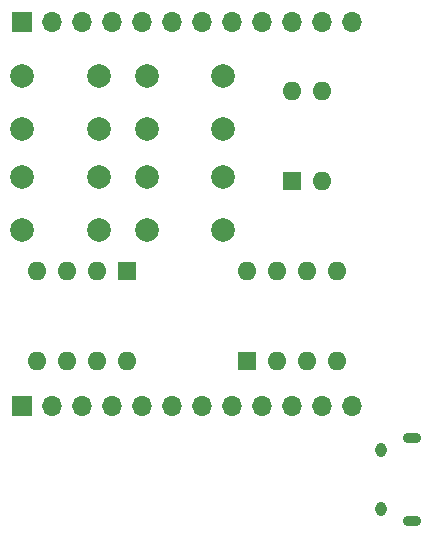
<source format=gbr>
%TF.GenerationSoftware,KiCad,Pcbnew,(6.0.9-0)*%
%TF.CreationDate,2022-11-13T08:04:19-06:00*%
%TF.ProjectId,ProgramingAddOn,50726f67-7261-46d6-996e-674164644f6e,rev?*%
%TF.SameCoordinates,Original*%
%TF.FileFunction,Soldermask,Bot*%
%TF.FilePolarity,Negative*%
%FSLAX46Y46*%
G04 Gerber Fmt 4.6, Leading zero omitted, Abs format (unit mm)*
G04 Created by KiCad (PCBNEW (6.0.9-0)) date 2022-11-13 08:04:19*
%MOMM*%
%LPD*%
G01*
G04 APERTURE LIST*
%ADD10C,2.000000*%
%ADD11R,1.600000X1.600000*%
%ADD12O,1.600000X1.600000*%
%ADD13O,1.550000X0.890000*%
%ADD14O,0.950000X1.250000*%
%ADD15R,1.700000X1.700000*%
%ADD16O,1.700000X1.700000*%
G04 APERTURE END LIST*
D10*
%TO.C,SW2*%
X74050000Y-55880000D03*
X80550000Y-55880000D03*
X80550000Y-60380000D03*
X74050000Y-60380000D03*
%TD*%
D11*
%TO.C,SW7*%
X82560000Y-80010000D03*
D12*
X85100000Y-80010000D03*
X87640000Y-80010000D03*
X90180000Y-80010000D03*
X90180000Y-72390000D03*
X87640000Y-72390000D03*
X85100000Y-72390000D03*
X82560000Y-72390000D03*
%TD*%
D13*
%TO.C,J1*%
X96550000Y-86581298D03*
D14*
X93850000Y-92581298D03*
X93850000Y-87581298D03*
D13*
X96550000Y-93581298D03*
%TD*%
D11*
%TO.C,SW1*%
X86380000Y-64770000D03*
D12*
X88920000Y-64770000D03*
X88920000Y-57150000D03*
X86380000Y-57150000D03*
%TD*%
D10*
%TO.C,SW4*%
X70000000Y-64430000D03*
X63500000Y-64430000D03*
X63500000Y-68930000D03*
X70000000Y-68930000D03*
%TD*%
%TO.C,SW3*%
X70000000Y-55880000D03*
X63500000Y-55880000D03*
X63500000Y-60380000D03*
X70000000Y-60380000D03*
%TD*%
%TO.C,SW6*%
X74050000Y-64430000D03*
X80550000Y-64430000D03*
X80550000Y-68930000D03*
X74050000Y-68930000D03*
%TD*%
D11*
%TO.C,SW5*%
X72390000Y-72400000D03*
D12*
X69850000Y-72400000D03*
X67310000Y-72400000D03*
X64770000Y-72400000D03*
X64770000Y-80020000D03*
X67310000Y-80020000D03*
X69850000Y-80020000D03*
X72390000Y-80020000D03*
%TD*%
D15*
%TO.C,J4*%
X63495000Y-51365000D03*
D16*
X66035000Y-51365000D03*
X68575000Y-51365000D03*
X71115000Y-51365000D03*
X73655000Y-51365000D03*
X76195000Y-51365000D03*
X78735000Y-51365000D03*
X81275000Y-51365000D03*
X83815000Y-51365000D03*
X86355000Y-51365000D03*
X88895000Y-51365000D03*
X91435000Y-51365000D03*
%TD*%
D15*
%TO.C,J5*%
X63500000Y-83830000D03*
D16*
X66040000Y-83830000D03*
X68580000Y-83830000D03*
X71120000Y-83830000D03*
X73660000Y-83830000D03*
X76200000Y-83830000D03*
X78740000Y-83830000D03*
X81280000Y-83830000D03*
X83820000Y-83830000D03*
X86360000Y-83830000D03*
X88900000Y-83830000D03*
X91440000Y-83830000D03*
%TD*%
M02*

</source>
